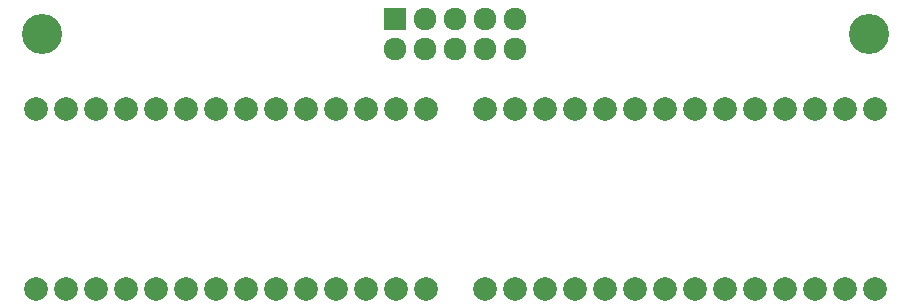
<source format=gts>
%FSLAX34Y34*%
G04 Gerber Fmt 3.4, Leading zero omitted, Abs format*
G04 (created by PCBNEW (2014-04-07 BZR 4791)-product) date ons  9 apr 2014 20:42:48*
%MOIN*%
G01*
G70*
G90*
G04 APERTURE LIST*
%ADD10C,0.005906*%
%ADD11R,0.075874X0.075874*%
%ADD12O,0.075874X0.075874*%
%ADD13C,0.133874*%
%ADD14C,0.078740*%
G04 APERTURE END LIST*
G54D10*
G54D11*
X52724Y-34933D03*
G54D12*
X52724Y-35933D03*
X53724Y-34933D03*
X53724Y-35933D03*
X54724Y-34933D03*
X54724Y-35933D03*
X55724Y-34933D03*
X55724Y-35933D03*
X56724Y-34933D03*
X56724Y-35933D03*
G54D13*
X68503Y-35433D03*
X40944Y-35433D03*
G54D14*
X55716Y-43944D03*
X56716Y-43944D03*
X57716Y-43944D03*
X58716Y-43944D03*
X59716Y-43944D03*
X60716Y-43944D03*
X61716Y-43944D03*
X62716Y-43944D03*
X63716Y-43944D03*
X64716Y-43944D03*
X65716Y-43944D03*
X66716Y-43944D03*
X67716Y-43944D03*
X68716Y-43944D03*
X68716Y-37944D03*
X67716Y-37944D03*
X66716Y-37944D03*
X65716Y-37944D03*
X64716Y-37944D03*
X63716Y-37944D03*
X62716Y-37944D03*
X61716Y-37944D03*
X60716Y-37944D03*
X59716Y-37944D03*
X58716Y-37944D03*
X57716Y-37944D03*
X56716Y-37944D03*
X55716Y-37944D03*
X40755Y-43944D03*
X41755Y-43944D03*
X42755Y-43944D03*
X43755Y-43944D03*
X44755Y-43944D03*
X45755Y-43944D03*
X46755Y-43944D03*
X47755Y-43944D03*
X48755Y-43944D03*
X49755Y-43944D03*
X50755Y-43944D03*
X51755Y-43944D03*
X52755Y-43944D03*
X53755Y-43944D03*
X53755Y-37944D03*
X52755Y-37944D03*
X51755Y-37944D03*
X50755Y-37944D03*
X49755Y-37944D03*
X48755Y-37944D03*
X47755Y-37944D03*
X46755Y-37944D03*
X45755Y-37944D03*
X44755Y-37944D03*
X43755Y-37944D03*
X42755Y-37944D03*
X41755Y-37944D03*
X40755Y-37944D03*
M02*

</source>
